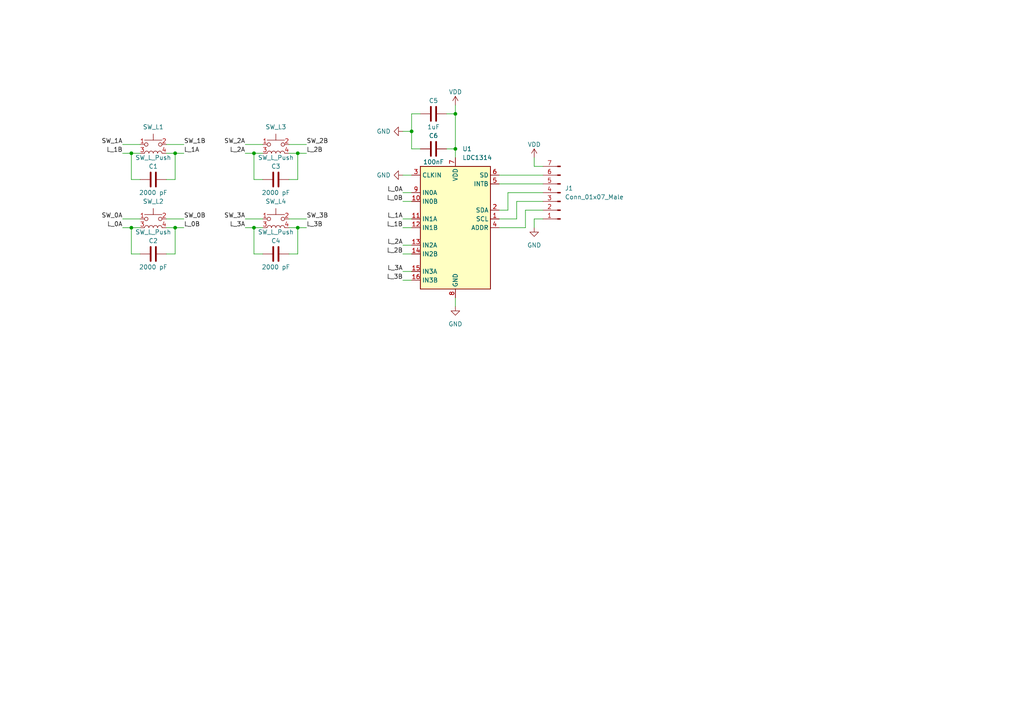
<source format=kicad_sch>
(kicad_sch (version 20211123) (generator eeschema)

  (uuid e63e39d7-6ac0-4ffd-8aa3-1841a4541b55)

  (paper "A4")

  (title_block
    (title "Inductive Analog Switch Breakout")
    (date "2022-04-14")
    (rev "1")
    (company "Elias Sjögreen")
    (comment 1 "https://github.com/eliassjogreen/inductive-analog-switch")
  )

  (lib_symbols
    (symbol "Connector:Conn_01x07_Male" (pin_names (offset 1.016) hide) (in_bom yes) (on_board yes)
      (property "Reference" "J" (id 0) (at 0 10.16 0)
        (effects (font (size 1.27 1.27)))
      )
      (property "Value" "Conn_01x07_Male" (id 1) (at 0 -10.16 0)
        (effects (font (size 1.27 1.27)))
      )
      (property "Footprint" "" (id 2) (at 0 0 0)
        (effects (font (size 1.27 1.27)) hide)
      )
      (property "Datasheet" "~" (id 3) (at 0 0 0)
        (effects (font (size 1.27 1.27)) hide)
      )
      (property "ki_keywords" "connector" (id 4) (at 0 0 0)
        (effects (font (size 1.27 1.27)) hide)
      )
      (property "ki_description" "Generic connector, single row, 01x07, script generated (kicad-library-utils/schlib/autogen/connector/)" (id 5) (at 0 0 0)
        (effects (font (size 1.27 1.27)) hide)
      )
      (property "ki_fp_filters" "Connector*:*_1x??_*" (id 6) (at 0 0 0)
        (effects (font (size 1.27 1.27)) hide)
      )
      (symbol "Conn_01x07_Male_1_1"
        (polyline
          (pts
            (xy 1.27 -7.62)
            (xy 0.8636 -7.62)
          )
          (stroke (width 0.1524) (type default) (color 0 0 0 0))
          (fill (type none))
        )
        (polyline
          (pts
            (xy 1.27 -5.08)
            (xy 0.8636 -5.08)
          )
          (stroke (width 0.1524) (type default) (color 0 0 0 0))
          (fill (type none))
        )
        (polyline
          (pts
            (xy 1.27 -2.54)
            (xy 0.8636 -2.54)
          )
          (stroke (width 0.1524) (type default) (color 0 0 0 0))
          (fill (type none))
        )
        (polyline
          (pts
            (xy 1.27 0)
            (xy 0.8636 0)
          )
          (stroke (width 0.1524) (type default) (color 0 0 0 0))
          (fill (type none))
        )
        (polyline
          (pts
            (xy 1.27 2.54)
            (xy 0.8636 2.54)
          )
          (stroke (width 0.1524) (type default) (color 0 0 0 0))
          (fill (type none))
        )
        (polyline
          (pts
            (xy 1.27 5.08)
            (xy 0.8636 5.08)
          )
          (stroke (width 0.1524) (type default) (color 0 0 0 0))
          (fill (type none))
        )
        (polyline
          (pts
            (xy 1.27 7.62)
            (xy 0.8636 7.62)
          )
          (stroke (width 0.1524) (type default) (color 0 0 0 0))
          (fill (type none))
        )
        (rectangle (start 0.8636 -7.493) (end 0 -7.747)
          (stroke (width 0.1524) (type default) (color 0 0 0 0))
          (fill (type outline))
        )
        (rectangle (start 0.8636 -4.953) (end 0 -5.207)
          (stroke (width 0.1524) (type default) (color 0 0 0 0))
          (fill (type outline))
        )
        (rectangle (start 0.8636 -2.413) (end 0 -2.667)
          (stroke (width 0.1524) (type default) (color 0 0 0 0))
          (fill (type outline))
        )
        (rectangle (start 0.8636 0.127) (end 0 -0.127)
          (stroke (width 0.1524) (type default) (color 0 0 0 0))
          (fill (type outline))
        )
        (rectangle (start 0.8636 2.667) (end 0 2.413)
          (stroke (width 0.1524) (type default) (color 0 0 0 0))
          (fill (type outline))
        )
        (rectangle (start 0.8636 5.207) (end 0 4.953)
          (stroke (width 0.1524) (type default) (color 0 0 0 0))
          (fill (type outline))
        )
        (rectangle (start 0.8636 7.747) (end 0 7.493)
          (stroke (width 0.1524) (type default) (color 0 0 0 0))
          (fill (type outline))
        )
        (pin passive line (at 5.08 7.62 180) (length 3.81)
          (name "Pin_1" (effects (font (size 1.27 1.27))))
          (number "1" (effects (font (size 1.27 1.27))))
        )
        (pin passive line (at 5.08 5.08 180) (length 3.81)
          (name "Pin_2" (effects (font (size 1.27 1.27))))
          (number "2" (effects (font (size 1.27 1.27))))
        )
        (pin passive line (at 5.08 2.54 180) (length 3.81)
          (name "Pin_3" (effects (font (size 1.27 1.27))))
          (number "3" (effects (font (size 1.27 1.27))))
        )
        (pin passive line (at 5.08 0 180) (length 3.81)
          (name "Pin_4" (effects (font (size 1.27 1.27))))
          (number "4" (effects (font (size 1.27 1.27))))
        )
        (pin passive line (at 5.08 -2.54 180) (length 3.81)
          (name "Pin_5" (effects (font (size 1.27 1.27))))
          (number "5" (effects (font (size 1.27 1.27))))
        )
        (pin passive line (at 5.08 -5.08 180) (length 3.81)
          (name "Pin_6" (effects (font (size 1.27 1.27))))
          (number "6" (effects (font (size 1.27 1.27))))
        )
        (pin passive line (at 5.08 -7.62 180) (length 3.81)
          (name "Pin_7" (effects (font (size 1.27 1.27))))
          (number "7" (effects (font (size 1.27 1.27))))
        )
      )
    )
    (symbol "Device:C" (pin_numbers hide) (pin_names (offset 0.254)) (in_bom yes) (on_board yes)
      (property "Reference" "C" (id 0) (at 0.635 2.54 0)
        (effects (font (size 1.27 1.27)) (justify left))
      )
      (property "Value" "C" (id 1) (at 0.635 -2.54 0)
        (effects (font (size 1.27 1.27)) (justify left))
      )
      (property "Footprint" "" (id 2) (at 0.9652 -3.81 0)
        (effects (font (size 1.27 1.27)) hide)
      )
      (property "Datasheet" "~" (id 3) (at 0 0 0)
        (effects (font (size 1.27 1.27)) hide)
      )
      (property "ki_keywords" "cap capacitor" (id 4) (at 0 0 0)
        (effects (font (size 1.27 1.27)) hide)
      )
      (property "ki_description" "Unpolarized capacitor" (id 5) (at 0 0 0)
        (effects (font (size 1.27 1.27)) hide)
      )
      (property "ki_fp_filters" "C_*" (id 6) (at 0 0 0)
        (effects (font (size 1.27 1.27)) hide)
      )
      (symbol "C_0_1"
        (polyline
          (pts
            (xy -2.032 -0.762)
            (xy 2.032 -0.762)
          )
          (stroke (width 0.508) (type default) (color 0 0 0 0))
          (fill (type none))
        )
        (polyline
          (pts
            (xy -2.032 0.762)
            (xy 2.032 0.762)
          )
          (stroke (width 0.508) (type default) (color 0 0 0 0))
          (fill (type none))
        )
      )
      (symbol "C_1_1"
        (pin passive line (at 0 3.81 270) (length 2.794)
          (name "~" (effects (font (size 1.27 1.27))))
          (number "1" (effects (font (size 1.27 1.27))))
        )
        (pin passive line (at 0 -3.81 90) (length 2.794)
          (name "~" (effects (font (size 1.27 1.27))))
          (number "2" (effects (font (size 1.27 1.27))))
        )
      )
    )
    (symbol "Sensor_Proximity:LDC1314" (in_bom yes) (on_board yes)
      (property "Reference" "U" (id 0) (at -8.89 19.05 0)
        (effects (font (size 1.27 1.27)))
      )
      (property "Value" "LDC1314" (id 1) (at 6.35 19.05 0)
        (effects (font (size 1.27 1.27)))
      )
      (property "Footprint" "Package_DFN_QFN:WQFN-16-1EP_4x4mm_P0.5mm_EP2.6x2.6mm_ThermalVias" (id 2) (at 7.62 0 0)
        (effects (font (size 1.27 1.27)) hide)
      )
      (property "Datasheet" "http://www.ti.com/lit/ds/symlink/ldc1312.pdf" (id 3) (at 0 2.54 0)
        (effects (font (size 1.27 1.27)) hide)
      )
      (property "ki_keywords" "inductance sensor" (id 4) (at 0 0 0)
        (effects (font (size 1.27 1.27)) hide)
      )
      (property "ki_description" "Inductance to digital converter, 4-channel 12-bit, WQFN-16" (id 5) (at 0 0 0)
        (effects (font (size 1.27 1.27)) hide)
      )
      (property "ki_fp_filters" "WQFN*1EP*4x4mm*P0.5mm*" (id 6) (at 0 0 0)
        (effects (font (size 1.27 1.27)) hide)
      )
      (symbol "LDC1314_0_1"
        (rectangle (start -10.16 -17.78) (end 10.16 17.78)
          (stroke (width 0.254) (type default) (color 0 0 0 0))
          (fill (type background))
        )
      )
      (symbol "LDC1314_1_1"
        (pin input line (at 12.7 2.54 180) (length 2.54)
          (name "SCL" (effects (font (size 1.27 1.27))))
          (number "1" (effects (font (size 1.27 1.27))))
        )
        (pin input line (at -12.7 7.62 0) (length 2.54)
          (name "IN0B" (effects (font (size 1.27 1.27))))
          (number "10" (effects (font (size 1.27 1.27))))
        )
        (pin input line (at -12.7 2.54 0) (length 2.54)
          (name "IN1A" (effects (font (size 1.27 1.27))))
          (number "11" (effects (font (size 1.27 1.27))))
        )
        (pin input line (at -12.7 0 0) (length 2.54)
          (name "IN1B" (effects (font (size 1.27 1.27))))
          (number "12" (effects (font (size 1.27 1.27))))
        )
        (pin input line (at -12.7 -5.08 0) (length 2.54)
          (name "IN2A" (effects (font (size 1.27 1.27))))
          (number "13" (effects (font (size 1.27 1.27))))
        )
        (pin input line (at -12.7 -7.62 0) (length 2.54)
          (name "IN2B" (effects (font (size 1.27 1.27))))
          (number "14" (effects (font (size 1.27 1.27))))
        )
        (pin input line (at -12.7 -12.7 0) (length 2.54)
          (name "IN3A" (effects (font (size 1.27 1.27))))
          (number "15" (effects (font (size 1.27 1.27))))
        )
        (pin input line (at -12.7 -15.24 0) (length 2.54)
          (name "IN3B" (effects (font (size 1.27 1.27))))
          (number "16" (effects (font (size 1.27 1.27))))
        )
        (pin passive line (at 0 -20.32 90) (length 2.54) hide
          (name "GND" (effects (font (size 1.27 1.27))))
          (number "17" (effects (font (size 1.27 1.27))))
        )
        (pin bidirectional line (at 12.7 5.08 180) (length 2.54)
          (name "SDA" (effects (font (size 1.27 1.27))))
          (number "2" (effects (font (size 1.27 1.27))))
        )
        (pin input line (at -12.7 15.24 0) (length 2.54)
          (name "CLKIN" (effects (font (size 1.27 1.27))))
          (number "3" (effects (font (size 1.27 1.27))))
        )
        (pin input line (at 12.7 0 180) (length 2.54)
          (name "ADDR" (effects (font (size 1.27 1.27))))
          (number "4" (effects (font (size 1.27 1.27))))
        )
        (pin open_collector line (at 12.7 12.7 180) (length 2.54)
          (name "INTB" (effects (font (size 1.27 1.27))))
          (number "5" (effects (font (size 1.27 1.27))))
        )
        (pin input line (at 12.7 15.24 180) (length 2.54)
          (name "SD" (effects (font (size 1.27 1.27))))
          (number "6" (effects (font (size 1.27 1.27))))
        )
        (pin power_in line (at 0 20.32 270) (length 2.54)
          (name "VDD" (effects (font (size 1.27 1.27))))
          (number "7" (effects (font (size 1.27 1.27))))
        )
        (pin power_in line (at 0 -20.32 90) (length 2.54)
          (name "GND" (effects (font (size 1.27 1.27))))
          (number "8" (effects (font (size 1.27 1.27))))
        )
        (pin input line (at -12.7 10.16 0) (length 2.54)
          (name "IN0A" (effects (font (size 1.27 1.27))))
          (number "9" (effects (font (size 1.27 1.27))))
        )
      )
    )
    (symbol "Switch_Inductive_Analog:SW_L_Push" (in_bom yes) (on_board yes)
      (property "Reference" "SW_L" (id 0) (at 0 3.81 0)
        (effects (font (size 1.27 1.27)))
      )
      (property "Value" "SW_L_Push" (id 1) (at 0 -6.35 0)
        (effects (font (size 1.27 1.27)))
      )
      (property "Footprint" "Button_Switch_Keyboard_Inductive:SW_L_Inductive_Cherry_MX_Alps_Matias_Plate_Mount" (id 2) (at 0 6.35 0)
        (effects (font (size 1.27 1.27)) hide)
      )
      (property "Datasheet" "" (id 3) (at 0 0 0)
        (effects (font (size 1.27 1.27)) hide)
      )
      (property "ki_description" "A push switch with an inductor" (id 4) (at 0 0 0)
        (effects (font (size 1.27 1.27)) hide)
      )
      (property "ki_fp_filters" "SW_L" (id 5) (at 0 0 0)
        (effects (font (size 1.27 1.27)) hide)
      )
      (symbol "SW_L_Push_0_1"
        (circle (center -2.032 -1.27) (radius 0.508)
          (stroke (width 0) (type default) (color 0 0 0 0))
          (fill (type none))
        )
        (arc (start -1.27 -3.81) (mid -1.905 -3.175) (end -2.54 -3.81)
          (stroke (width 0) (type default) (color 0 0 0 0))
          (fill (type none))
        )
        (arc (start 0 -3.81) (mid -0.635 -3.175) (end -1.27 -3.81)
          (stroke (width 0) (type default) (color 0 0 0 0))
          (fill (type none))
        )
        (polyline
          (pts
            (xy 0 0)
            (xy 0 1.778)
          )
          (stroke (width 0) (type default) (color 0 0 0 0))
          (fill (type none))
        )
        (polyline
          (pts
            (xy 2.54 0)
            (xy -2.54 0)
          )
          (stroke (width 0) (type default) (color 0 0 0 0))
          (fill (type none))
        )
        (arc (start 1.27 -3.81) (mid 0.635 -3.175) (end 0 -3.81)
          (stroke (width 0) (type default) (color 0 0 0 0))
          (fill (type none))
        )
        (circle (center 2.032 -1.27) (radius 0.508)
          (stroke (width 0) (type default) (color 0 0 0 0))
          (fill (type none))
        )
        (arc (start 2.54 -3.81) (mid 1.905 -3.175) (end 1.27 -3.81)
          (stroke (width 0) (type default) (color 0 0 0 0))
          (fill (type none))
        )
        (pin passive line (at -3.81 -1.27 0) (length 1.27)
          (name "" (effects (font (size 1.27 1.27))))
          (number "1" (effects (font (size 1.27 1.27))))
        )
        (pin passive line (at 3.81 -1.27 180) (length 1.27)
          (name "" (effects (font (size 1.27 1.27))))
          (number "2" (effects (font (size 1.27 1.27))))
        )
      )
      (symbol "SW_L_Push_1_1"
        (pin passive line (at -3.81 -3.81 0) (length 1.27)
          (name "" (effects (font (size 1.27 1.27))))
          (number "3" (effects (font (size 1.27 1.27))))
        )
        (pin passive line (at 3.81 -3.81 180) (length 1.27)
          (name "" (effects (font (size 1.27 1.27))))
          (number "4" (effects (font (size 1.27 1.27))))
        )
      )
    )
    (symbol "power:GND" (power) (pin_names (offset 0)) (in_bom yes) (on_board yes)
      (property "Reference" "#PWR" (id 0) (at 0 -6.35 0)
        (effects (font (size 1.27 1.27)) hide)
      )
      (property "Value" "GND" (id 1) (at 0 -3.81 0)
        (effects (font (size 1.27 1.27)))
      )
      (property "Footprint" "" (id 2) (at 0 0 0)
        (effects (font (size 1.27 1.27)) hide)
      )
      (property "Datasheet" "" (id 3) (at 0 0 0)
        (effects (font (size 1.27 1.27)) hide)
      )
      (property "ki_keywords" "power-flag" (id 4) (at 0 0 0)
        (effects (font (size 1.27 1.27)) hide)
      )
      (property "ki_description" "Power symbol creates a global label with name \"GND\" , ground" (id 5) (at 0 0 0)
        (effects (font (size 1.27 1.27)) hide)
      )
      (symbol "GND_0_1"
        (polyline
          (pts
            (xy 0 0)
            (xy 0 -1.27)
            (xy 1.27 -1.27)
            (xy 0 -2.54)
            (xy -1.27 -1.27)
            (xy 0 -1.27)
          )
          (stroke (width 0) (type default) (color 0 0 0 0))
          (fill (type none))
        )
      )
      (symbol "GND_1_1"
        (pin power_in line (at 0 0 270) (length 0) hide
          (name "GND" (effects (font (size 1.27 1.27))))
          (number "1" (effects (font (size 1.27 1.27))))
        )
      )
    )
    (symbol "power:VDD" (power) (pin_names (offset 0)) (in_bom yes) (on_board yes)
      (property "Reference" "#PWR" (id 0) (at 0 -3.81 0)
        (effects (font (size 1.27 1.27)) hide)
      )
      (property "Value" "VDD" (id 1) (at 0 3.81 0)
        (effects (font (size 1.27 1.27)))
      )
      (property "Footprint" "" (id 2) (at 0 0 0)
        (effects (font (size 1.27 1.27)) hide)
      )
      (property "Datasheet" "" (id 3) (at 0 0 0)
        (effects (font (size 1.27 1.27)) hide)
      )
      (property "ki_keywords" "power-flag" (id 4) (at 0 0 0)
        (effects (font (size 1.27 1.27)) hide)
      )
      (property "ki_description" "Power symbol creates a global label with name \"VDD\"" (id 5) (at 0 0 0)
        (effects (font (size 1.27 1.27)) hide)
      )
      (symbol "VDD_0_1"
        (polyline
          (pts
            (xy -0.762 1.27)
            (xy 0 2.54)
          )
          (stroke (width 0) (type default) (color 0 0 0 0))
          (fill (type none))
        )
        (polyline
          (pts
            (xy 0 0)
            (xy 0 2.54)
          )
          (stroke (width 0) (type default) (color 0 0 0 0))
          (fill (type none))
        )
        (polyline
          (pts
            (xy 0 2.54)
            (xy 0.762 1.27)
          )
          (stroke (width 0) (type default) (color 0 0 0 0))
          (fill (type none))
        )
      )
      (symbol "VDD_1_1"
        (pin power_in line (at 0 0 90) (length 0) hide
          (name "VDD" (effects (font (size 1.27 1.27))))
          (number "1" (effects (font (size 1.27 1.27))))
        )
      )
    )
  )

  (junction (at 50.8 44.45) (diameter 0) (color 0 0 0 0)
    (uuid 32a49000-8124-4d3b-9942-52d2ece18867)
  )
  (junction (at 73.66 66.04) (diameter 0) (color 0 0 0 0)
    (uuid 41128df6-ea8f-4712-94af-2e91930a9f13)
  )
  (junction (at 38.1 66.04) (diameter 0) (color 0 0 0 0)
    (uuid 5c22ec33-3735-42eb-8050-ff56e7138556)
  )
  (junction (at 73.66 44.45) (diameter 0) (color 0 0 0 0)
    (uuid 6290b2ed-bc20-4a2b-a735-5725faf87e6b)
  )
  (junction (at 50.8 66.04) (diameter 0) (color 0 0 0 0)
    (uuid 76d808d4-2a5a-4817-b82f-23c42f8fc2f4)
  )
  (junction (at 86.36 44.45) (diameter 0) (color 0 0 0 0)
    (uuid 8fd1d2dd-6a35-4070-8362-7ec8898c9ae5)
  )
  (junction (at 86.36 66.04) (diameter 0) (color 0 0 0 0)
    (uuid aca7f72e-0928-4c7e-a8d6-4a34d4ca232e)
  )
  (junction (at 38.1 44.45) (diameter 0) (color 0 0 0 0)
    (uuid b0374586-2bc8-434f-9bcb-b3f54b4a89cc)
  )
  (junction (at 132.08 33.02) (diameter 0) (color 0 0 0 0)
    (uuid b20fc8a8-52c7-4dbf-a2ed-bd77814f2cd4)
  )
  (junction (at 119.38 38.1) (diameter 0) (color 0 0 0 0)
    (uuid ec0d0227-2789-4b5b-9998-b1148aabae8d)
  )
  (junction (at 132.08 43.18) (diameter 0) (color 0 0 0 0)
    (uuid fb07d87c-f1a5-4236-9000-6e70dd15dfdb)
  )

  (wire (pts (xy 129.54 43.18) (xy 132.08 43.18))
    (stroke (width 0) (type default) (color 0 0 0 0))
    (uuid 0018f7d4-a47e-457f-873a-23e8538b590b)
  )
  (wire (pts (xy 71.12 66.04) (xy 73.66 66.04))
    (stroke (width 0) (type default) (color 0 0 0 0))
    (uuid 02975932-bf30-4606-900b-744ae844a718)
  )
  (wire (pts (xy 116.84 58.42) (xy 119.38 58.42))
    (stroke (width 0) (type default) (color 0 0 0 0))
    (uuid 050a997a-3155-4d73-939f-5adde906b1af)
  )
  (wire (pts (xy 154.94 45.72) (xy 154.94 48.26))
    (stroke (width 0) (type default) (color 0 0 0 0))
    (uuid 0780db56-7a8c-41e6-be3e-44096034dae9)
  )
  (wire (pts (xy 50.8 44.45) (xy 53.34 44.45))
    (stroke (width 0) (type default) (color 0 0 0 0))
    (uuid 0974317a-ab2b-4616-9921-844ab1f10928)
  )
  (wire (pts (xy 73.66 44.45) (xy 73.66 52.07))
    (stroke (width 0) (type default) (color 0 0 0 0))
    (uuid 0c4d1827-a297-4a87-9b1c-770739fed517)
  )
  (wire (pts (xy 83.82 41.91) (xy 88.9 41.91))
    (stroke (width 0) (type default) (color 0 0 0 0))
    (uuid 0d245b71-e79d-4a91-b4fa-102ff103c527)
  )
  (wire (pts (xy 152.4 60.96) (xy 157.48 60.96))
    (stroke (width 0) (type default) (color 0 0 0 0))
    (uuid 111c4962-5638-4184-853a-7f3839239107)
  )
  (wire (pts (xy 116.84 63.5) (xy 119.38 63.5))
    (stroke (width 0) (type default) (color 0 0 0 0))
    (uuid 14d48ab2-69a6-4eb6-b9db-623c2a08ce93)
  )
  (wire (pts (xy 144.78 63.5) (xy 149.86 63.5))
    (stroke (width 0) (type default) (color 0 0 0 0))
    (uuid 185275f5-7fd3-4e4c-8b0e-0ec9ad91bca5)
  )
  (wire (pts (xy 38.1 44.45) (xy 40.64 44.45))
    (stroke (width 0) (type default) (color 0 0 0 0))
    (uuid 1a783748-5b7e-4f5d-8f56-1e28192c4eb4)
  )
  (wire (pts (xy 119.38 38.1) (xy 119.38 43.18))
    (stroke (width 0) (type default) (color 0 0 0 0))
    (uuid 1bda459d-2a90-4f4d-88f0-26b735b8b927)
  )
  (wire (pts (xy 50.8 66.04) (xy 48.26 66.04))
    (stroke (width 0) (type default) (color 0 0 0 0))
    (uuid 1d2f8cf7-b41a-44af-84bc-cb3132e5f0c2)
  )
  (wire (pts (xy 73.66 66.04) (xy 73.66 73.66))
    (stroke (width 0) (type default) (color 0 0 0 0))
    (uuid 22aa5139-3981-4f8a-84ad-deca672782ea)
  )
  (wire (pts (xy 35.56 41.91) (xy 40.64 41.91))
    (stroke (width 0) (type default) (color 0 0 0 0))
    (uuid 23470a5f-d8df-466b-869b-b25b88898c53)
  )
  (wire (pts (xy 71.12 63.5) (xy 76.2 63.5))
    (stroke (width 0) (type default) (color 0 0 0 0))
    (uuid 235628b4-c58a-4855-b7ad-b98fe8ca084e)
  )
  (wire (pts (xy 149.86 63.5) (xy 149.86 58.42))
    (stroke (width 0) (type default) (color 0 0 0 0))
    (uuid 2cd3699e-d75b-464f-818c-17aeb7871eca)
  )
  (wire (pts (xy 86.36 44.45) (xy 86.36 52.07))
    (stroke (width 0) (type default) (color 0 0 0 0))
    (uuid 32660e9c-769d-4116-b88d-46708f97bcb0)
  )
  (wire (pts (xy 73.66 73.66) (xy 76.2 73.66))
    (stroke (width 0) (type default) (color 0 0 0 0))
    (uuid 32855007-7bd9-492c-b7f9-262d26628603)
  )
  (wire (pts (xy 116.84 78.74) (xy 119.38 78.74))
    (stroke (width 0) (type default) (color 0 0 0 0))
    (uuid 39678e03-3f7c-40cb-b2a0-2d16b720a3ca)
  )
  (wire (pts (xy 132.08 30.48) (xy 132.08 33.02))
    (stroke (width 0) (type default) (color 0 0 0 0))
    (uuid 420b7998-bf89-4cb7-86ad-50ac89bf1368)
  )
  (wire (pts (xy 152.4 66.04) (xy 152.4 60.96))
    (stroke (width 0) (type default) (color 0 0 0 0))
    (uuid 451a5075-01f1-41a5-b8e0-96a231191955)
  )
  (wire (pts (xy 147.32 60.96) (xy 147.32 55.88))
    (stroke (width 0) (type default) (color 0 0 0 0))
    (uuid 4679e9d7-125b-439e-a1cd-704e20eee0df)
  )
  (wire (pts (xy 119.38 43.18) (xy 121.92 43.18))
    (stroke (width 0) (type default) (color 0 0 0 0))
    (uuid 46c4f828-3241-4356-a9be-38ab959df124)
  )
  (wire (pts (xy 116.84 38.1) (xy 119.38 38.1))
    (stroke (width 0) (type default) (color 0 0 0 0))
    (uuid 5d498141-77e1-4c97-ae37-f59afd440b09)
  )
  (wire (pts (xy 116.84 71.12) (xy 119.38 71.12))
    (stroke (width 0) (type default) (color 0 0 0 0))
    (uuid 5ed799e4-a212-44c1-a5f2-c6fa829327cc)
  )
  (wire (pts (xy 71.12 44.45) (xy 73.66 44.45))
    (stroke (width 0) (type default) (color 0 0 0 0))
    (uuid 5f4d23c6-1258-4502-a972-f898c456587f)
  )
  (wire (pts (xy 144.78 53.34) (xy 157.48 53.34))
    (stroke (width 0) (type default) (color 0 0 0 0))
    (uuid 5fe97512-6d74-4f2e-ba54-95cccfc64a03)
  )
  (wire (pts (xy 116.84 73.66) (xy 119.38 73.66))
    (stroke (width 0) (type default) (color 0 0 0 0))
    (uuid 6063d52a-ef6c-4dcd-95aa-fca99bf88595)
  )
  (wire (pts (xy 86.36 66.04) (xy 86.36 73.66))
    (stroke (width 0) (type default) (color 0 0 0 0))
    (uuid 62f8a3c6-2428-4ac3-b624-39e6e9d08357)
  )
  (wire (pts (xy 48.26 52.07) (xy 50.8 52.07))
    (stroke (width 0) (type default) (color 0 0 0 0))
    (uuid 658561af-d1d4-4547-9bd5-14edfa0dec8f)
  )
  (wire (pts (xy 83.82 73.66) (xy 86.36 73.66))
    (stroke (width 0) (type default) (color 0 0 0 0))
    (uuid 7077dadf-0392-4c12-8fac-78feaa48e607)
  )
  (wire (pts (xy 38.1 73.66) (xy 40.64 73.66))
    (stroke (width 0) (type default) (color 0 0 0 0))
    (uuid 7318ea41-5f20-45a4-9d16-b40952ba4ef8)
  )
  (wire (pts (xy 38.1 44.45) (xy 38.1 52.07))
    (stroke (width 0) (type default) (color 0 0 0 0))
    (uuid 73a449d9-f254-4ebf-8e75-33c83c983c08)
  )
  (wire (pts (xy 38.1 52.07) (xy 40.64 52.07))
    (stroke (width 0) (type default) (color 0 0 0 0))
    (uuid 768644fc-ae01-4012-bdba-aba73c67b156)
  )
  (wire (pts (xy 132.08 33.02) (xy 132.08 43.18))
    (stroke (width 0) (type default) (color 0 0 0 0))
    (uuid 7e2ab9bb-d789-4d3b-967d-b7f84badb9b3)
  )
  (wire (pts (xy 132.08 43.18) (xy 132.08 45.72))
    (stroke (width 0) (type default) (color 0 0 0 0))
    (uuid 7e8ef008-dc43-4731-b18d-a19e7f4b763d)
  )
  (wire (pts (xy 48.26 63.5) (xy 53.34 63.5))
    (stroke (width 0) (type default) (color 0 0 0 0))
    (uuid 7ff42af5-b1ca-4b49-9478-fb1833033f04)
  )
  (wire (pts (xy 154.94 66.04) (xy 154.94 63.5))
    (stroke (width 0) (type default) (color 0 0 0 0))
    (uuid 82440b3f-c704-4325-94eb-c471897fd4bb)
  )
  (wire (pts (xy 50.8 66.04) (xy 53.34 66.04))
    (stroke (width 0) (type default) (color 0 0 0 0))
    (uuid 8f724fc8-fef5-4ef7-983e-0984177cf4c9)
  )
  (wire (pts (xy 50.8 44.45) (xy 50.8 52.07))
    (stroke (width 0) (type default) (color 0 0 0 0))
    (uuid 91b95b45-477b-4716-91ae-948c954212ad)
  )
  (wire (pts (xy 50.8 44.45) (xy 48.26 44.45))
    (stroke (width 0) (type default) (color 0 0 0 0))
    (uuid 91d98876-f1a8-4705-9864-e9fdf9454796)
  )
  (wire (pts (xy 35.56 44.45) (xy 38.1 44.45))
    (stroke (width 0) (type default) (color 0 0 0 0))
    (uuid 95426ea0-b124-4683-83d4-dd9a448d6175)
  )
  (wire (pts (xy 86.36 44.45) (xy 88.9 44.45))
    (stroke (width 0) (type default) (color 0 0 0 0))
    (uuid 9a36aaf2-1556-4b6e-ac62-05dcd21c7ed6)
  )
  (wire (pts (xy 48.26 41.91) (xy 53.34 41.91))
    (stroke (width 0) (type default) (color 0 0 0 0))
    (uuid 9b280e3c-fa3c-4b01-bd70-e100fa1f385a)
  )
  (wire (pts (xy 71.12 41.91) (xy 76.2 41.91))
    (stroke (width 0) (type default) (color 0 0 0 0))
    (uuid 9c84f79b-9e84-426d-abbc-aea8c7faadf8)
  )
  (wire (pts (xy 86.36 66.04) (xy 88.9 66.04))
    (stroke (width 0) (type default) (color 0 0 0 0))
    (uuid 9cc57055-3c89-46d0-bf0f-39156aa6f318)
  )
  (wire (pts (xy 83.82 63.5) (xy 88.9 63.5))
    (stroke (width 0) (type default) (color 0 0 0 0))
    (uuid a0210d0e-f02a-4337-bb4a-e12adf73e149)
  )
  (wire (pts (xy 73.66 66.04) (xy 76.2 66.04))
    (stroke (width 0) (type default) (color 0 0 0 0))
    (uuid a6dd690e-460b-4cb4-ba03-22e8692a067d)
  )
  (wire (pts (xy 116.84 66.04) (xy 119.38 66.04))
    (stroke (width 0) (type default) (color 0 0 0 0))
    (uuid aa2c304c-4ba8-4114-833e-94e07479139e)
  )
  (wire (pts (xy 73.66 52.07) (xy 76.2 52.07))
    (stroke (width 0) (type default) (color 0 0 0 0))
    (uuid aa97fd18-7573-4c36-b186-394e7d270518)
  )
  (wire (pts (xy 38.1 66.04) (xy 38.1 73.66))
    (stroke (width 0) (type default) (color 0 0 0 0))
    (uuid af5360d6-8780-48b2-b308-763197580c02)
  )
  (wire (pts (xy 116.84 50.8) (xy 119.38 50.8))
    (stroke (width 0) (type default) (color 0 0 0 0))
    (uuid b14237fa-92a7-43ab-803e-3819d3d40488)
  )
  (wire (pts (xy 116.84 55.88) (xy 119.38 55.88))
    (stroke (width 0) (type default) (color 0 0 0 0))
    (uuid b633771d-938e-4128-a6e8-914ba7bc16f0)
  )
  (wire (pts (xy 144.78 50.8) (xy 157.48 50.8))
    (stroke (width 0) (type default) (color 0 0 0 0))
    (uuid b772f240-758a-4a53-ad76-d84a8aa5f3b6)
  )
  (wire (pts (xy 149.86 58.42) (xy 157.48 58.42))
    (stroke (width 0) (type default) (color 0 0 0 0))
    (uuid b884bfde-5ad0-46b9-b04a-cb37d4ab3260)
  )
  (wire (pts (xy 35.56 63.5) (xy 40.64 63.5))
    (stroke (width 0) (type default) (color 0 0 0 0))
    (uuid b932399c-1e18-4768-a243-a3f6b8d2eaa5)
  )
  (wire (pts (xy 38.1 66.04) (xy 40.64 66.04))
    (stroke (width 0) (type default) (color 0 0 0 0))
    (uuid ba30f4d8-52a8-4e4b-a527-ea4e1ca01d96)
  )
  (wire (pts (xy 119.38 33.02) (xy 119.38 38.1))
    (stroke (width 0) (type default) (color 0 0 0 0))
    (uuid bcadba9f-b180-40be-8a79-4efb5c140f93)
  )
  (wire (pts (xy 121.92 33.02) (xy 119.38 33.02))
    (stroke (width 0) (type default) (color 0 0 0 0))
    (uuid bd1075dd-6d49-4073-853d-3ed84de4858b)
  )
  (wire (pts (xy 86.36 66.04) (xy 83.82 66.04))
    (stroke (width 0) (type default) (color 0 0 0 0))
    (uuid be9f8ac6-df11-4654-9893-49790c99e6d6)
  )
  (wire (pts (xy 86.36 44.45) (xy 83.82 44.45))
    (stroke (width 0) (type default) (color 0 0 0 0))
    (uuid bec64395-4271-4c36-b3b9-787ac07c6b94)
  )
  (wire (pts (xy 154.94 63.5) (xy 157.48 63.5))
    (stroke (width 0) (type default) (color 0 0 0 0))
    (uuid c40c6bbe-3e5d-4dc0-830f-a8ffddb54246)
  )
  (wire (pts (xy 35.56 66.04) (xy 38.1 66.04))
    (stroke (width 0) (type default) (color 0 0 0 0))
    (uuid cf401aa7-c067-468e-aa1d-6a943808a12a)
  )
  (wire (pts (xy 48.26 73.66) (xy 50.8 73.66))
    (stroke (width 0) (type default) (color 0 0 0 0))
    (uuid d1f66930-de28-435f-92cb-778b95ed7de4)
  )
  (wire (pts (xy 73.66 44.45) (xy 76.2 44.45))
    (stroke (width 0) (type default) (color 0 0 0 0))
    (uuid d2ebce51-4dc1-49e3-a717-ed7feb98d62c)
  )
  (wire (pts (xy 50.8 66.04) (xy 50.8 73.66))
    (stroke (width 0) (type default) (color 0 0 0 0))
    (uuid ddb2abe3-cf38-486e-b7d8-33b4ea486987)
  )
  (wire (pts (xy 116.84 81.28) (xy 119.38 81.28))
    (stroke (width 0) (type default) (color 0 0 0 0))
    (uuid e044768a-81d5-4f95-a492-359121d4363f)
  )
  (wire (pts (xy 132.08 86.36) (xy 132.08 88.9))
    (stroke (width 0) (type default) (color 0 0 0 0))
    (uuid e0dbc471-e42e-4e5d-8d36-b5c7d8a5c78c)
  )
  (wire (pts (xy 154.94 48.26) (xy 157.48 48.26))
    (stroke (width 0) (type default) (color 0 0 0 0))
    (uuid e1370b42-1833-45c1-a436-f4eef723e541)
  )
  (wire (pts (xy 129.54 33.02) (xy 132.08 33.02))
    (stroke (width 0) (type default) (color 0 0 0 0))
    (uuid e31b9b2a-4877-4bbb-9bd3-9434fbc8a85a)
  )
  (wire (pts (xy 147.32 55.88) (xy 157.48 55.88))
    (stroke (width 0) (type default) (color 0 0 0 0))
    (uuid e99d2858-9a43-495a-b82b-931b6c0c82d0)
  )
  (wire (pts (xy 83.82 52.07) (xy 86.36 52.07))
    (stroke (width 0) (type default) (color 0 0 0 0))
    (uuid f4807af8-d487-41fd-998b-8cdc44ffcff8)
  )
  (wire (pts (xy 144.78 60.96) (xy 147.32 60.96))
    (stroke (width 0) (type default) (color 0 0 0 0))
    (uuid fbe8ee01-c5cc-49eb-8f15-112222c16ce7)
  )
  (wire (pts (xy 144.78 66.04) (xy 152.4 66.04))
    (stroke (width 0) (type default) (color 0 0 0 0))
    (uuid fd65e9d4-d8ec-47c7-be9f-cba7438969bc)
  )

  (label "L_2B" (at 88.9 44.45 0)
    (effects (font (size 1.27 1.27)) (justify left bottom))
    (uuid 13fcb649-13df-4043-8183-2561cabf2a63)
  )
  (label "L_2A" (at 116.84 71.12 180)
    (effects (font (size 1.27 1.27)) (justify right bottom))
    (uuid 1511e26f-5b40-4858-b87d-9fa6963bb64a)
  )
  (label "L_0B" (at 116.84 58.42 180)
    (effects (font (size 1.27 1.27)) (justify right bottom))
    (uuid 1610c3ae-7ba5-4601-bba1-cbb726561886)
  )
  (label "L_3A" (at 116.84 78.74 180)
    (effects (font (size 1.27 1.27)) (justify right bottom))
    (uuid 18d230a6-5e91-41b8-bfe9-9b21b56b1479)
  )
  (label "L_1A" (at 53.34 44.45 0)
    (effects (font (size 1.27 1.27)) (justify left bottom))
    (uuid 30b0d063-126a-4eed-ba47-4b83bffb5480)
  )
  (label "SW_1B" (at 53.34 41.91 0)
    (effects (font (size 1.27 1.27)) (justify left bottom))
    (uuid 38e2fa59-b941-49e2-b41e-7634dff36eec)
  )
  (label "SW_2B" (at 88.9 41.91 0)
    (effects (font (size 1.27 1.27)) (justify left bottom))
    (uuid 43851a77-b36f-4d8a-936e-a1bc832f5ca0)
  )
  (label "L_0A" (at 116.84 55.88 180)
    (effects (font (size 1.27 1.27)) (justify right bottom))
    (uuid 5472c4c9-8358-4bfe-abb7-e3cb4f734311)
  )
  (label "L_3A" (at 71.12 66.04 180)
    (effects (font (size 1.27 1.27)) (justify right bottom))
    (uuid 63a484a7-e75f-4f97-ac14-1ebad1b80741)
  )
  (label "SW_0B" (at 53.34 63.5 0)
    (effects (font (size 1.27 1.27)) (justify left bottom))
    (uuid 6b0a4702-2152-4fe9-b558-3dd06e3a23f0)
  )
  (label "L_1B" (at 35.56 44.45 180)
    (effects (font (size 1.27 1.27)) (justify right bottom))
    (uuid 75ec73d6-6af4-4b2c-911f-d06573d2b96a)
  )
  (label "L_2A" (at 71.12 44.45 180)
    (effects (font (size 1.27 1.27)) (justify right bottom))
    (uuid 7908357b-5a10-4ac1-9e82-3ac0fb2fabc7)
  )
  (label "L_0A" (at 35.56 66.04 180)
    (effects (font (size 1.27 1.27)) (justify right bottom))
    (uuid 87384b2c-bd49-47d3-83f0-2a3649446b6f)
  )
  (label "L_0B" (at 53.34 66.04 0)
    (effects (font (size 1.27 1.27)) (justify left bottom))
    (uuid abd11c55-b797-4053-ad3d-951d49a24410)
  )
  (label "L_3B" (at 116.84 81.28 180)
    (effects (font (size 1.27 1.27)) (justify right bottom))
    (uuid b84900a6-72b4-4a8a-8fda-e0e4eec77f83)
  )
  (label "SW_0A" (at 35.56 63.5 180)
    (effects (font (size 1.27 1.27)) (justify right bottom))
    (uuid b93ddd20-6b06-4f50-a42d-38095b2ae703)
  )
  (label "SW_3B" (at 88.9 63.5 0)
    (effects (font (size 1.27 1.27)) (justify left bottom))
    (uuid b99bc983-b86b-4492-affd-36897eeb023c)
  )
  (label "L_1B" (at 116.84 66.04 180)
    (effects (font (size 1.27 1.27)) (justify right bottom))
    (uuid c18cd47f-535e-4c14-b302-a1379bfc9ebf)
  )
  (label "L_2B" (at 116.84 73.66 180)
    (effects (font (size 1.27 1.27)) (justify right bottom))
    (uuid c3e0acc9-548b-46f7-aa45-012024456523)
  )
  (label "L_3B" (at 88.9 66.04 0)
    (effects (font (size 1.27 1.27)) (justify left bottom))
    (uuid defb0b77-d299-49c2-ae32-29ecb8ebb3cd)
  )
  (label "L_1A" (at 116.84 63.5 180)
    (effects (font (size 1.27 1.27)) (justify right bottom))
    (uuid eb6e344c-2825-4d5a-9f76-b4d4ef37c292)
  )
  (label "SW_1A" (at 35.56 41.91 180)
    (effects (font (size 1.27 1.27)) (justify right bottom))
    (uuid eecceb5b-2424-4a36-b74c-ad75b4620fa7)
  )
  (label "SW_2A" (at 71.12 41.91 180)
    (effects (font (size 1.27 1.27)) (justify right bottom))
    (uuid f6f347b7-d64d-4bad-b0d1-d31c54efcf57)
  )
  (label "SW_3A" (at 71.12 63.5 180)
    (effects (font (size 1.27 1.27)) (justify right bottom))
    (uuid f70c7b13-cdde-4f8d-9070-0562b5fe3a16)
  )

  (symbol (lib_id "power:VDD") (at 154.94 45.72 0) (unit 1)
    (in_bom yes) (on_board yes)
    (uuid 0aab9c65-c7da-4cea-9fd2-767bd20c7e68)
    (property "Reference" "#PWR03" (id 0) (at 154.94 49.53 0)
      (effects (font (size 1.27 1.27)) hide)
    )
    (property "Value" "VDD" (id 1) (at 154.94 41.91 0))
    (property "Footprint" "" (id 2) (at 154.94 45.72 0)
      (effects (font (size 1.27 1.27)) hide)
    )
    (property "Datasheet" "" (id 3) (at 154.94 45.72 0)
      (effects (font (size 1.27 1.27)) hide)
    )
    (pin "1" (uuid cdde752c-b8d3-4e2e-9ff5-bd4a8c050f0c))
  )

  (symbol (lib_id "Device:C") (at 125.73 43.18 90) (unit 1)
    (in_bom yes) (on_board yes)
    (uuid 0ac70567-969f-48a5-bb99-88f88a506ab1)
    (property "Reference" "C6" (id 0) (at 125.73 39.37 90))
    (property "Value" "100nF" (id 1) (at 125.73 46.99 90))
    (property "Footprint" "Capacitor_SMD:C_0805_2012Metric_Pad1.18x1.45mm_HandSolder" (id 2) (at 129.54 42.2148 0)
      (effects (font (size 1.27 1.27)) hide)
    )
    (property "Datasheet" "~" (id 3) (at 125.73 43.18 0)
      (effects (font (size 1.27 1.27)) hide)
    )
    (pin "1" (uuid 947d4db0-a604-4258-a85b-4234b9010c11))
    (pin "2" (uuid ac9c2516-280a-490a-9dfa-b528bfdd635b))
  )

  (symbol (lib_id "power:GND") (at 132.08 88.9 0) (unit 1)
    (in_bom yes) (on_board yes) (fields_autoplaced)
    (uuid 1486ff34-2753-42d3-92b0-10a28b3c2ca7)
    (property "Reference" "#PWR0102" (id 0) (at 132.08 95.25 0)
      (effects (font (size 1.27 1.27)) hide)
    )
    (property "Value" "GND" (id 1) (at 132.08 93.98 0))
    (property "Footprint" "" (id 2) (at 132.08 88.9 0)
      (effects (font (size 1.27 1.27)) hide)
    )
    (property "Datasheet" "" (id 3) (at 132.08 88.9 0)
      (effects (font (size 1.27 1.27)) hide)
    )
    (pin "1" (uuid 6f20ef6e-ad00-4676-a9ce-84a9c9091e7f))
  )

  (symbol (lib_id "Switch_Inductive_Analog:SW_L_Push") (at 80.01 62.23 0) (unit 1)
    (in_bom yes) (on_board yes)
    (uuid 1f0511bf-34c7-4783-84ac-b5b41e5e01b9)
    (property "Reference" "SW_L4" (id 0) (at 80.01 58.42 0))
    (property "Value" "SW_L_Push" (id 1) (at 80.01 67.31 0))
    (property "Footprint" "Button_Switch_Keyboard_Inductive:SW_L_Inductive_Cherry_MX_Alps_Matias_Plate" (id 2) (at 80.01 55.88 0)
      (effects (font (size 1.27 1.27)) hide)
    )
    (property "Datasheet" "" (id 3) (at 80.01 62.23 0)
      (effects (font (size 1.27 1.27)) hide)
    )
    (pin "1" (uuid 627e1b7f-cef6-4a6d-982a-dfc254da05d8))
    (pin "2" (uuid b50cec86-6b8b-4a2a-8fb4-de14702eef9b))
    (pin "3" (uuid 7e33de34-2460-44d9-8b82-8391385ce303))
    (pin "4" (uuid 4c877e02-44bc-4f68-95f7-34b9b269ee46))
  )

  (symbol (lib_id "Switch_Inductive_Analog:SW_L_Push") (at 44.45 40.64 0) (unit 1)
    (in_bom yes) (on_board yes)
    (uuid 2ec73d24-6f86-4f96-a70e-b6a7ae1aa56f)
    (property "Reference" "SW_L1" (id 0) (at 44.45 36.83 0))
    (property "Value" "SW_L_Push" (id 1) (at 44.45 45.72 0))
    (property "Footprint" "Button_Switch_Keyboard_Inductive:SW_L_Inductive_Cherry_MX_Alps_Matias_Plate" (id 2) (at 44.45 34.29 0)
      (effects (font (size 1.27 1.27)) hide)
    )
    (property "Datasheet" "" (id 3) (at 44.45 40.64 0)
      (effects (font (size 1.27 1.27)) hide)
    )
    (pin "1" (uuid bc0f4bb4-c35b-4eae-b0a7-08ce79d65cdf))
    (pin "2" (uuid bb16a516-4131-4a51-bbea-b711bad6e2cf))
    (pin "3" (uuid a444eec5-e928-4788-a032-72ddc2d75cd0))
    (pin "4" (uuid 985f8f5a-9247-42fe-bedd-44af6e0600ba))
  )

  (symbol (lib_id "power:VDD") (at 132.08 30.48 0) (unit 1)
    (in_bom yes) (on_board yes)
    (uuid 2f2a1bd2-9f1e-4bbb-8ee7-03347fff8361)
    (property "Reference" "#PWR0101" (id 0) (at 132.08 34.29 0)
      (effects (font (size 1.27 1.27)) hide)
    )
    (property "Value" "VDD" (id 1) (at 132.08 26.67 0))
    (property "Footprint" "" (id 2) (at 132.08 30.48 0)
      (effects (font (size 1.27 1.27)) hide)
    )
    (property "Datasheet" "" (id 3) (at 132.08 30.48 0)
      (effects (font (size 1.27 1.27)) hide)
    )
    (pin "1" (uuid 504d7c20-eba1-45eb-80ee-defa6afef3df))
  )

  (symbol (lib_id "power:GND") (at 116.84 50.8 270) (unit 1)
    (in_bom yes) (on_board yes)
    (uuid 39088504-7970-4d56-bdae-0269f0395948)
    (property "Reference" "#PWR02" (id 0) (at 110.49 50.8 0)
      (effects (font (size 1.27 1.27)) hide)
    )
    (property "Value" "GND" (id 1) (at 109.22 50.8 90)
      (effects (font (size 1.27 1.27)) (justify left))
    )
    (property "Footprint" "" (id 2) (at 116.84 50.8 0)
      (effects (font (size 1.27 1.27)) hide)
    )
    (property "Datasheet" "" (id 3) (at 116.84 50.8 0)
      (effects (font (size 1.27 1.27)) hide)
    )
    (pin "1" (uuid da9d1d45-8a31-43c8-849d-7e1ae3a355f0))
  )

  (symbol (lib_id "power:GND") (at 154.94 66.04 0) (unit 1)
    (in_bom yes) (on_board yes) (fields_autoplaced)
    (uuid 459c156d-2d95-4b5f-bf19-bb9c4f057bec)
    (property "Reference" "#PWR04" (id 0) (at 154.94 72.39 0)
      (effects (font (size 1.27 1.27)) hide)
    )
    (property "Value" "GND" (id 1) (at 154.94 71.12 0))
    (property "Footprint" "" (id 2) (at 154.94 66.04 0)
      (effects (font (size 1.27 1.27)) hide)
    )
    (property "Datasheet" "" (id 3) (at 154.94 66.04 0)
      (effects (font (size 1.27 1.27)) hide)
    )
    (pin "1" (uuid 2355998a-3266-40d2-bab8-53569c5596bc))
  )

  (symbol (lib_id "Device:C") (at 44.45 73.66 90) (unit 1)
    (in_bom yes) (on_board yes)
    (uuid 54698337-ce3d-4846-a393-249260675a29)
    (property "Reference" "C2" (id 0) (at 44.45 69.85 90))
    (property "Value" "2000 pF" (id 1) (at 44.45 77.47 90))
    (property "Footprint" "Capacitor_SMD:C_0805_2012Metric_Pad1.18x1.45mm_HandSolder" (id 2) (at 48.26 72.6948 0)
      (effects (font (size 1.27 1.27)) hide)
    )
    (property "Datasheet" "~" (id 3) (at 44.45 73.66 0)
      (effects (font (size 1.27 1.27)) hide)
    )
    (pin "1" (uuid 02bff9b1-9203-4f37-bf1c-6ee1eccbc392))
    (pin "2" (uuid 5204c70e-1565-4504-941a-55ad7bb6a305))
  )

  (symbol (lib_id "power:GND") (at 116.84 38.1 270) (unit 1)
    (in_bom yes) (on_board yes)
    (uuid 5c5822de-7d28-4614-a081-8b9fcbd5b5e8)
    (property "Reference" "#PWR01" (id 0) (at 110.49 38.1 0)
      (effects (font (size 1.27 1.27)) hide)
    )
    (property "Value" "GND" (id 1) (at 109.22 38.1 90)
      (effects (font (size 1.27 1.27)) (justify left))
    )
    (property "Footprint" "" (id 2) (at 116.84 38.1 0)
      (effects (font (size 1.27 1.27)) hide)
    )
    (property "Datasheet" "" (id 3) (at 116.84 38.1 0)
      (effects (font (size 1.27 1.27)) hide)
    )
    (pin "1" (uuid d53a1a1a-f596-4a6b-983d-967bf43ff678))
  )

  (symbol (lib_id "Device:C") (at 80.01 73.66 90) (unit 1)
    (in_bom yes) (on_board yes)
    (uuid 6e689aab-0baf-4551-a0e5-a8000af0d8d6)
    (property "Reference" "C4" (id 0) (at 80.01 69.85 90))
    (property "Value" "2000 pF" (id 1) (at 80.01 77.47 90))
    (property "Footprint" "Capacitor_SMD:C_0805_2012Metric_Pad1.18x1.45mm_HandSolder" (id 2) (at 83.82 72.6948 0)
      (effects (font (size 1.27 1.27)) hide)
    )
    (property "Datasheet" "~" (id 3) (at 80.01 73.66 0)
      (effects (font (size 1.27 1.27)) hide)
    )
    (pin "1" (uuid ce631169-40e5-44ad-95a8-46fd5f8c17a5))
    (pin "2" (uuid 0cf63006-2454-4060-9eee-d535718c6fba))
  )

  (symbol (lib_id "Device:C") (at 44.45 52.07 90) (unit 1)
    (in_bom yes) (on_board yes)
    (uuid 75edec78-be32-44cd-9a58-138c1144e4d5)
    (property "Reference" "C1" (id 0) (at 44.45 48.26 90))
    (property "Value" "2000 pF" (id 1) (at 44.45 55.88 90))
    (property "Footprint" "Capacitor_SMD:C_0805_2012Metric_Pad1.18x1.45mm_HandSolder" (id 2) (at 48.26 51.1048 0)
      (effects (font (size 1.27 1.27)) hide)
    )
    (property "Datasheet" "~" (id 3) (at 44.45 52.07 0)
      (effects (font (size 1.27 1.27)) hide)
    )
    (pin "1" (uuid 3283dfe0-055c-41ed-ad2c-4f2dfd7ece7d))
    (pin "2" (uuid 9d334049-8529-4897-b111-8b85f3544cb5))
  )

  (symbol (lib_id "Sensor_Proximity:LDC1314") (at 132.08 66.04 0) (unit 1)
    (in_bom yes) (on_board yes) (fields_autoplaced)
    (uuid 80094b70-85ab-4ff6-934b-60d5ee65023a)
    (property "Reference" "U1" (id 0) (at 134.0994 43.18 0)
      (effects (font (size 1.27 1.27)) (justify left))
    )
    (property "Value" "LDC1314" (id 1) (at 134.0994 45.72 0)
      (effects (font (size 1.27 1.27)) (justify left))
    )
    (property "Footprint" "Package_DFN_QFN:WQFN-16-1EP_4x4mm_P0.5mm_EP2.6x2.6mm_ThermalVias" (id 2) (at 139.7 66.04 0)
      (effects (font (size 1.27 1.27)) hide)
    )
    (property "Datasheet" "http://www.ti.com/lit/ds/symlink/ldc1312.pdf" (id 3) (at 132.08 63.5 0)
      (effects (font (size 1.27 1.27)) hide)
    )
    (pin "1" (uuid 7bbf981c-a063-4e30-8911-e4228e1c0743))
    (pin "10" (uuid 5528bcad-2950-4673-90eb-c37e6952c475))
    (pin "11" (uuid 7edc9030-db7b-43ac-a1b3-b87eeacb4c2d))
    (pin "12" (uuid 08a7c925-7fae-4530-b0c9-120e185cb318))
    (pin "13" (uuid 4a4ec8d9-3d72-4952-83d4-808f65849a2b))
    (pin "14" (uuid cbd8faed-e1f8-4406-87c8-58b2c504a5d4))
    (pin "15" (uuid f2c93195-af12-4d3e-acdf-bdd0ff675c24))
    (pin "16" (uuid 240e07e1-770b-4b27-894f-29fd601c924d))
    (pin "17" (uuid 003c2200-0632-4808-a662-8ddd5d30c768))
    (pin "2" (uuid ee27d19c-8dca-4ac8-a760-6dfd54d28071))
    (pin "3" (uuid 9b0a1687-7e1b-4a04-a30b-c27a072a2949))
    (pin "4" (uuid c01d25cd-f4bb-4ef3-b5ea-533a2a4ddb2b))
    (pin "5" (uuid 9e1b837f-0d34-4a18-9644-9ee68f141f46))
    (pin "6" (uuid 63ff1c93-3f96-4c33-b498-5dd8c33bccc0))
    (pin "7" (uuid b88717bd-086f-46cd-9d3f-0396009d0996))
    (pin "8" (uuid 61fe293f-6808-4b7f-9340-9aaac7054a97))
    (pin "9" (uuid 2f215f15-3d52-4c91-93e6-3ea03a95622f))
  )

  (symbol (lib_id "Switch_Inductive_Analog:SW_L_Push") (at 80.01 40.64 0) (unit 1)
    (in_bom yes) (on_board yes)
    (uuid 9d72ddaf-d37c-44f1-b2cb-b3c798045fcb)
    (property "Reference" "SW_L3" (id 0) (at 80.01 36.83 0))
    (property "Value" "SW_L_Push" (id 1) (at 80.01 45.72 0))
    (property "Footprint" "Button_Switch_Keyboard_Inductive:SW_L_Inductive_Cherry_MX_Alps_Matias_Plate" (id 2) (at 80.01 34.29 0)
      (effects (font (size 1.27 1.27)) hide)
    )
    (property "Datasheet" "" (id 3) (at 80.01 40.64 0)
      (effects (font (size 1.27 1.27)) hide)
    )
    (pin "1" (uuid c70cc59c-b8c6-4390-a2d3-cc2abdf3848e))
    (pin "2" (uuid d52aa0b9-9ff9-4472-a3e2-30327549f747))
    (pin "3" (uuid b2e2e89a-b42c-4e55-b024-e1dc08a4ded3))
    (pin "4" (uuid c0238134-b46d-42a1-9fdb-86790b8a110e))
  )

  (symbol (lib_id "Switch_Inductive_Analog:SW_L_Push") (at 44.45 62.23 0) (unit 1)
    (in_bom yes) (on_board yes)
    (uuid a42273d7-60ec-451e-a388-33b5e3e76274)
    (property "Reference" "SW_L2" (id 0) (at 44.45 58.42 0))
    (property "Value" "SW_L_Push" (id 1) (at 44.45 67.31 0))
    (property "Footprint" "Button_Switch_Keyboard_Inductive:SW_L_Inductive_Cherry_MX_Alps_Matias_Plate" (id 2) (at 44.45 55.88 0)
      (effects (font (size 1.27 1.27)) hide)
    )
    (property "Datasheet" "" (id 3) (at 44.45 62.23 0)
      (effects (font (size 1.27 1.27)) hide)
    )
    (pin "1" (uuid f7983df6-eb65-43a3-ae4e-45c5caa70f9f))
    (pin "2" (uuid c3c3629d-96ae-4386-a037-11237d654606))
    (pin "3" (uuid a2b7f0c6-e966-4545-9bdc-99a25a0e5a91))
    (pin "4" (uuid c069db5b-5c47-4580-b622-8ec97817346e))
  )

  (symbol (lib_id "Connector:Conn_01x07_Male") (at 162.56 55.88 180) (unit 1)
    (in_bom yes) (on_board yes) (fields_autoplaced)
    (uuid b05483dd-3114-4790-b2ac-ebeb336d89e3)
    (property "Reference" "J1" (id 0) (at 163.83 54.6099 0)
      (effects (font (size 1.27 1.27)) (justify right))
    )
    (property "Value" "Conn_01x07_Male" (id 1) (at 163.83 57.1499 0)
      (effects (font (size 1.27 1.27)) (justify right))
    )
    (property "Footprint" "Connector_PinHeader_2.54mm:PinHeader_1x07_P2.54mm_Vertical" (id 2) (at 162.56 55.88 0)
      (effects (font (size 1.27 1.27)) hide)
    )
    (property "Datasheet" "~" (id 3) (at 162.56 55.88 0)
      (effects (font (size 1.27 1.27)) hide)
    )
    (pin "1" (uuid 6845998e-d013-419f-936d-412438ed0704))
    (pin "2" (uuid d62edf9c-90bf-49f4-9153-3e53c88f970d))
    (pin "3" (uuid 73653bc9-750f-4c23-9ae9-bccfd24b26ac))
    (pin "4" (uuid fe296e72-8017-4c1e-bdc5-c48592c229a4))
    (pin "5" (uuid 73fc234a-5106-40dc-8ed6-165ec107b137))
    (pin "6" (uuid 8680e7b4-43c1-4c0d-84c2-da5bec8320d8))
    (pin "7" (uuid a543086b-07d8-4162-8dd9-49fac573aa7b))
  )

  (symbol (lib_id "Device:C") (at 80.01 52.07 90) (unit 1)
    (in_bom yes) (on_board yes)
    (uuid c0aa5491-c139-4caa-a325-d857e9b35a87)
    (property "Reference" "C3" (id 0) (at 80.01 48.26 90))
    (property "Value" "2000 pF" (id 1) (at 80.01 55.88 90))
    (property "Footprint" "Capacitor_SMD:C_0805_2012Metric_Pad1.18x1.45mm_HandSolder" (id 2) (at 83.82 51.1048 0)
      (effects (font (size 1.27 1.27)) hide)
    )
    (property "Datasheet" "~" (id 3) (at 80.01 52.07 0)
      (effects (font (size 1.27 1.27)) hide)
    )
    (pin "1" (uuid 6ae56e6a-369f-4270-85ee-47f7e2d1f20f))
    (pin "2" (uuid dd50acca-7d16-4f68-8664-b2fe14b17e6c))
  )

  (symbol (lib_id "Device:C") (at 125.73 33.02 90) (unit 1)
    (in_bom yes) (on_board yes)
    (uuid df222b17-6b29-4037-b5ed-8146a025d802)
    (property "Reference" "C5" (id 0) (at 125.73 29.21 90))
    (property "Value" "1uF" (id 1) (at 125.73 36.83 90))
    (property "Footprint" "Capacitor_SMD:C_0805_2012Metric_Pad1.18x1.45mm_HandSolder" (id 2) (at 129.54 32.0548 0)
      (effects (font (size 1.27 1.27)) hide)
    )
    (property "Datasheet" "~" (id 3) (at 125.73 33.02 0)
      (effects (font (size 1.27 1.27)) hide)
    )
    (pin "1" (uuid 3611f157-0df3-43b5-9322-968ef9abcd2e))
    (pin "2" (uuid bb31bb49-dd57-4f4c-8ce1-2da6dd7b4d6d))
  )

  (sheet_instances
    (path "/" (page "1"))
  )

  (symbol_instances
    (path "/5c5822de-7d28-4614-a081-8b9fcbd5b5e8"
      (reference "#PWR01") (unit 1) (value "GND") (footprint "")
    )
    (path "/39088504-7970-4d56-bdae-0269f0395948"
      (reference "#PWR02") (unit 1) (value "GND") (footprint "")
    )
    (path "/0aab9c65-c7da-4cea-9fd2-767bd20c7e68"
      (reference "#PWR03") (unit 1) (value "VDD") (footprint "")
    )
    (path "/459c156d-2d95-4b5f-bf19-bb9c4f057bec"
      (reference "#PWR04") (unit 1) (value "GND") (footprint "")
    )
    (path "/2f2a1bd2-9f1e-4bbb-8ee7-03347fff8361"
      (reference "#PWR0101") (unit 1) (value "VDD") (footprint "")
    )
    (path "/1486ff34-2753-42d3-92b0-10a28b3c2ca7"
      (reference "#PWR0102") (unit 1) (value "GND") (footprint "")
    )
    (path "/75edec78-be32-44cd-9a58-138c1144e4d5"
      (reference "C1") (unit 1) (value "2000 pF") (footprint "Capacitor_SMD:C_0805_2012Metric_Pad1.18x1.45mm_HandSolder")
    )
    (path "/54698337-ce3d-4846-a393-249260675a29"
      (reference "C2") (unit 1) (value "2000 pF") (footprint "Capacitor_SMD:C_0805_2012Metric_Pad1.18x1.45mm_HandSolder")
    )
    (path "/c0aa5491-c139-4caa-a325-d857e9b35a87"
      (reference "C3") (unit 1) (value "2000 pF") (footprint "Capacitor_SMD:C_0805_2012Metric_Pad1.18x1.45mm_HandSolder")
    )
    (path "/6e689aab-0baf-4551-a0e5-a8000af0d8d6"
      (reference "C4") (unit 1) (value "2000 pF") (footprint "Capacitor_SMD:C_0805_2012Metric_Pad1.18x1.45mm_HandSolder")
    )
    (path "/df222b17-6b29-4037-b5ed-8146a025d802"
      (reference "C5") (unit 1) (value "1uF") (footprint "Capacitor_SMD:C_0805_2012Metric_Pad1.18x1.45mm_HandSolder")
    )
    (path "/0ac70567-969f-48a5-bb99-88f88a506ab1"
      (reference "C6") (unit 1) (value "100nF") (footprint "Capacitor_SMD:C_0805_2012Metric_Pad1.18x1.45mm_HandSolder")
    )
    (path "/b05483dd-3114-4790-b2ac-ebeb336d89e3"
      (reference "J1") (unit 1) (value "Conn_01x07_Male") (footprint "Connector_PinHeader_2.54mm:PinHeader_1x07_P2.54mm_Vertical")
    )
    (path "/2ec73d24-6f86-4f96-a70e-b6a7ae1aa56f"
      (reference "SW_L1") (unit 1) (value "SW_L_Push") (footprint "Button_Switch_Keyboard_Inductive:SW_L_Inductive_Cherry_MX_Alps_Matias_Plate")
    )
    (path "/a42273d7-60ec-451e-a388-33b5e3e76274"
      (reference "SW_L2") (unit 1) (value "SW_L_Push") (footprint "Button_Switch_Keyboard_Inductive:SW_L_Inductive_Cherry_MX_Alps_Matias_Plate")
    )
    (path "/9d72ddaf-d37c-44f1-b2cb-b3c798045fcb"
      (reference "SW_L3") (unit 1) (value "SW_L_Push") (footprint "Button_Switch_Keyboard_Inductive:SW_L_Inductive_Cherry_MX_Alps_Matias_Plate")
    )
    (path "/1f0511bf-34c7-4783-84ac-b5b41e5e01b9"
      (reference "SW_L4") (unit 1) (value "SW_L_Push") (footprint "Button_Switch_Keyboard_Inductive:SW_L_Inductive_Cherry_MX_Alps_Matias_Plate")
    )
    (path "/80094b70-85ab-4ff6-934b-60d5ee65023a"
      (reference "U1") (unit 1) (value "LDC1314") (footprint "Package_DFN_QFN:WQFN-16-1EP_4x4mm_P0.5mm_EP2.6x2.6mm_ThermalVias")
    )
  )
)

</source>
